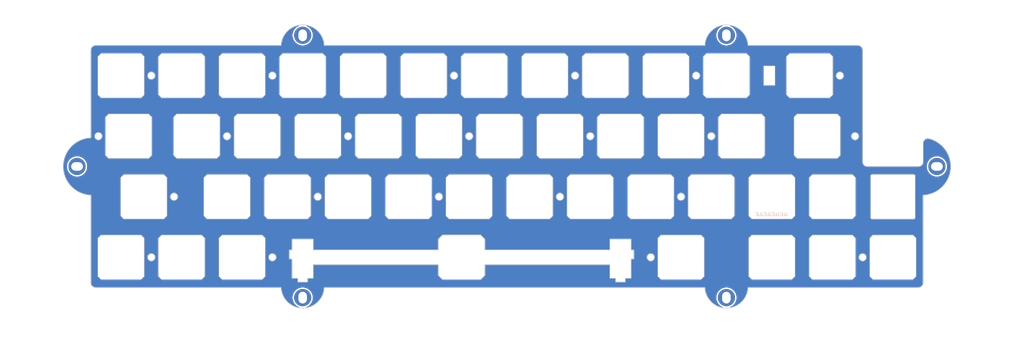
<source format=kicad_pcb>
(kicad_pcb (version 20221018) (generator pcbnew)
  (layers (0 "F.Cu" signal) (31 "B.Cu" signal) (34 "B.Paste" user) (35 "F.Paste" user) (36 "B.SilkS" user "B.Silkscreen") (37 "F.SilkS" user "F.Silkscreen") (38 "B.Mask" user) (39 "F.Mask" user) (44 "Edge.Cuts" user))
  (net 0 "")
  (net 1 "GND")
  (footprint "cipulot_parts:ecs_plate_cut_1U" (layer "F.Cu") (at 243.68125 51.59375)
    (fp_text reference "REF**")
    (fp_text value "Value " hide)
    (fp_line (start -7.3 -6) (end -7.3 6) (stroke (width 0.12)) (layer "Edge.Cuts"))
    (fp_line (start -7.3 6) (end -6.3 7) (stroke (width 0.12)) (layer "Edge.Cuts"))
    (fp_line (start -6.3 -7) (end -7.3 -6) (stroke (width 0.12)) (layer "Edge.Cuts"))
    (fp_line (start -6.3 7) (end 6.3 7) (stroke (width 0.12)) (layer "Edge.Cuts"))
    (fp_line (start 6.3 -7) (end -6.3 -7) (stroke (width 0.12)) (layer "Edge.Cuts"))
    (fp_line (start 6.3 -7) (end 7.3 -6) (stroke (width 0.12)) (layer "Edge.Cuts"))
    (fp_line (start 6.3 7) (end 7.3 6) (stroke (width 0.12)) (layer "Edge.Cuts"))
    (fp_line (start 7.3 6) (end 7.3 -6) (stroke (width 0.12)) (layer "Edge.Cuts"))
  )
  (footprint "" (layer "F.Cu") (at 217.4875 121.44375)
    (fp_text reference "" (at 0 0) (layer "F.SilkS") (effects (font (size 1.27 1.27))))
    (fp_text value "" (at 0 0) (layer "F.SilkS") (effects (font (size 1.27 1.27))))
    (pad "1" thru_hole circle (at 0 0) (size 5.4 5.4) (drill oval 2.7 3.7) (layers "*.Cu" "*.Mask"))
  )
  (footprint "cipulot_parts:ecs_plate_cut_1U" (layer "F.Cu") (at 88.9 70.64375)
    (fp_text reference "REF**")
    (fp_text value "Value " hide)
    (fp_line (start -7.3 -6) (end -7.3 6) (stroke (width 0.12)) (layer "Edge.Cuts"))
    (fp_line (start -7.3 6) (end -6.3 7) (stroke (width 0.12)) (layer "Edge.Cuts"))
    (fp_line (start -6.3 -7) (end -7.3 -6) (stroke (width 0.12)) (layer "Edge.Cuts"))
    (fp_line (start -6.3 7) (end 6.3 7) (stroke (width 0.12)) (layer "Edge.Cuts"))
    (fp_line (start 6.3 -7) (end -6.3 -7) (stroke (width 0.12)) (layer "Edge.Cuts"))
    (fp_line (start 6.3 -7) (end 7.3 -6) (stroke (width 0.12)) (layer "Edge.Cuts"))
    (fp_line (start 6.3 7) (end 7.3 6) (stroke (width 0.12)) (layer "Edge.Cuts"))
    (fp_line (start 7.3 6) (end 7.3 -6) (stroke (width 0.12)) (layer "Edge.Cuts"))
  )
  (footprint "cipulot_parts:ecs_plate_cut_1U" (layer "F.Cu") (at 165.1 70.64375)
    (fp_text reference "REF**")
    (fp_text value "Value " hide)
    (fp_line (start -7.3 -6) (end -7.3 6) (stroke (width 0.12)) (layer "Edge.Cuts"))
    (fp_line (start -7.3 6) (end -6.3 7) (stroke (width 0.12)) (layer "Edge.Cuts"))
    (fp_line (start -6.3 -7) (end -7.3 -6) (stroke (width 0.12)) (layer "Edge.Cuts"))
    (fp_line (start -6.3 7) (end 6.3 7) (stroke (width 0.12)) (layer "Edge.Cuts"))
    (fp_line (start 6.3 -7) (end -6.3 -7) (stroke (width 0.12)) (layer "Edge.Cuts"))
    (fp_line (start 6.3 -7) (end 7.3 -6) (stroke (width 0.12)) (layer "Edge.Cuts"))
    (fp_line (start 6.3 7) (end 7.3 6) (stroke (width 0.12)) (layer "Edge.Cuts"))
    (fp_line (start 7.3 6) (end 7.3 -6) (stroke (width 0.12)) (layer "Edge.Cuts"))
  )
  (footprint "cipulot_parts:ecs_plate_cut_1U" (layer "F.Cu") (at 29.36875 70.64375)
    (fp_text reference "REF**")
    (fp_text value "Value " hide)
    (fp_line (start -7.3 -6) (end -7.3 6) (stroke (width 0.12)) (layer "Edge.Cuts"))
    (fp_line (start -7.3 6) (end -6.3 7) (stroke (width 0.12)) (layer "Edge.Cuts"))
    (fp_line (start -6.3 -7) (end -7.3 -6) (stroke (width 0.12)) (layer "Edge.Cuts"))
    (fp_line (start -6.3 7) (end 6.3 7) (stroke (width 0.12)) (layer "Edge.Cuts"))
    (fp_line (start 6.3 -7) (end -6.3 -7) (stroke (width 0.12)) (layer "Edge.Cuts"))
    (fp_line (start 6.3 -7) (end 7.3 -6) (stroke (width 0.12)) (layer "Edge.Cuts"))
    (fp_line (start 6.3 7) (end 7.3 6) (stroke (width 0.12)) (layer "Edge.Cuts"))
    (fp_line (start 7.3 6) (end 7.3 -6) (stroke (width 0.12)) (layer "Edge.Cuts"))
  )
  (footprint "cipulot_parts:ecs_plate_cut_1U" (layer "F.Cu") (at 46.0375 51.59375)
    (fp_text reference "REF**")
    (fp_text value "Value " hide)
    (fp_line (start -7.3 -6) (end -7.3 6) (stroke (width 0.12)) (layer "Edge.Cuts"))
    (fp_line (start -7.3 6) (end -6.3 7) (stroke (width 0.12)) (layer "Edge.Cuts"))
    (fp_line (start -6.3 -7) (end -7.3 -6) (stroke (width 0.12)) (layer "Edge.Cuts"))
    (fp_line (start -6.3 7) (end 6.3 7) (stroke (width 0.12)) (layer "Edge.Cuts"))
    (fp_line (start 6.3 -7) (end -6.3 -7) (stroke (width 0.12)) (layer "Edge.Cuts"))
    (fp_line (start 6.3 -7) (end 7.3 -6) (stroke (width 0.12)) (layer "Edge.Cuts"))
    (fp_line (start 6.3 7) (end 7.3 6) (stroke (width 0.12)) (layer "Edge.Cuts"))
    (fp_line (start 7.3 6) (end 7.3 -6) (stroke (width 0.12)) (layer "Edge.Cuts"))
  )
  (footprint "" (layer "F.Cu") (at 283.731249 80.168749)
    (fp_text reference "" (at 0 0) (layer "F.SilkS") (effects (font (size 1.27 1.27))))
    (fp_text value "" (at 0 0) (layer "F.SilkS") (effects (font (size 1.27 1.27))))
    (pad "1" thru_hole circle (at 0 0 90) (size 5.4 5.4) (drill oval 2.7 3.7) (layers "*.Cu" "*.Mask"))
  )
  (footprint "cipulot_parts:ecs_plate_cut_1U" (layer "F.Cu") (at 212.725 89.69375)
    (fp_text reference "REF**")
    (fp_text value "Value " hide)
    (fp_line (start -7.3 -6) (end -7.3 6) (stroke (width 0.12)) (layer "Edge.Cuts"))
    (fp_line (start -7.3 6) (end -6.3 7) (stroke (width 0.12)) (layer "Edge.Cuts"))
    (fp_line (start -6.3 -7) (end -7.3 -6) (stroke (width 0.12)) (layer "Edge.Cuts"))
    (fp_line (start -6.3 7) (end 6.3 7) (stroke (width 0.12)) (layer "Edge.Cuts"))
    (fp_line (start 6.3 -7) (end -6.3 -7) (stroke (width 0.12)) (layer "Edge.Cuts"))
    (fp_line (start 6.3 -7) (end 7.3 -6) (stroke (width 0.12)) (layer "Edge.Cuts"))
    (fp_line (start 6.3 7) (end 7.3 6) (stroke (width 0.12)) (layer "Edge.Cuts"))
    (fp_line (start 7.3 6) (end 7.3 -6) (stroke (width 0.12)) (layer "Edge.Cuts"))
  )
  (footprint "cipulot_parts:ecs_plate_cut_1U" (layer "F.Cu") (at 146.05 70.64375)
    (fp_text reference "REF**")
    (fp_text value "Value " hide)
    (fp_line (start -7.3 -6) (end -7.3 6) (stroke (width 0.12)) (layer "Edge.Cuts"))
    (fp_line (start -7.3 6) (end -6.3 7) (stroke (width 0.12)) (layer "Edge.Cuts"))
    (fp_line (start -6.3 -7) (end -7.3 -6) (stroke (width 0.12)) (layer "Edge.Cuts"))
    (fp_line (start -6.3 7) (end 6.3 7) (stroke (width 0.12)) (layer "Edge.Cuts"))
    (fp_line (start 6.3 -7) (end -6.3 -7) (stroke (width 0.12)) (layer "Edge.Cuts"))
    (fp_line (start 6.3 -7) (end 7.3 -6) (stroke (width 0.12)) (layer "Edge.Cuts"))
    (fp_line (start 6.3 7) (end 7.3 6) (stroke (width 0.12)) (layer "Edge.Cuts"))
    (fp_line (start 7.3 6) (end 7.3 -6) (stroke (width 0.12)) (layer "Edge.Cuts"))
  )
  (footprint "cipulot_parts:ecs_plate_cut_1U" (layer "F.Cu") (at 217.4875 51.59375)
    (fp_text reference "REF**")
    (fp_text value "Value " hide)
    (fp_line (start -7.3 -6) (end -7.3 6) (stroke (width 0.12)) (layer "Edge.Cuts"))
    (fp_line (start -7.3 6) (end -6.3 7) (stroke (width 0.12)) (layer "Edge.Cuts"))
    (fp_line (start -6.3 -7) (end -7.3 -6) (stroke (width 0.12)) (layer "Edge.Cuts"))
    (fp_line (start -6.3 7) (end 6.3 7) (stroke (width 0.12)) (layer "Edge.Cuts"))
    (fp_line (start 6.3 -7) (end -6.3 -7) (stroke (width 0.12)) (layer "Edge.Cuts"))
    (fp_line (start 6.3 -7) (end 7.3 -6) (stroke (width 0.12)) (layer "Edge.Cuts"))
    (fp_line (start 6.3 7) (end 7.3 6) (stroke (width 0.12)) (layer "Edge.Cuts"))
    (fp_line (start 7.3 6) (end 7.3 -6) (stroke (width 0.12)) (layer "Edge.Cuts"))
  )
  (footprint "cipulot_parts:ecs_plate_cut_1U" (layer "F.Cu") (at 46.0375 108.74375)
    (fp_text reference "REF**")
    (fp_text value "Value " hide)
    (fp_line (start -7.3 -6) (end -7.3 6) (stroke (width 0.12)) (layer "Edge.Cuts"))
    (fp_line (start -7.3 6) (end -6.3 7) (stroke (width 0.12)) (layer "Edge.Cuts"))
    (fp_line (start -6.3 -7) (end -7.3 -6) (stroke (width 0.12)) (layer "Edge.Cuts"))
    (fp_line (start -6.3 7) (end 6.3 7) (stroke (width 0.12)) (layer "Edge.Cuts"))
    (fp_line (start 6.3 -7) (end -6.3 -7) (stroke (width 0.12)) (layer "Edge.Cuts"))
    (fp_line (start 6.3 -7) (end 7.3 -6) (stroke (width 0.12)) (layer "Edge.Cuts"))
    (fp_line (start 6.3 7) (end 7.3 6) (stroke (width 0.12)) (layer "Edge.Cuts"))
    (fp_line (start 7.3 6) (end 7.3 -6) (stroke (width 0.12)) (layer "Edge.Cuts"))
  )
  (footprint "cipulot_parts:ecs_plate_cut_1U" (layer "F.Cu") (at 127 70.64375)
    (fp_text reference "REF**")
    (fp_text value "Value " hide)
    (fp_line (start -7.3 -6) (end -7.3 6) (stroke (width 0.12)) (layer "Edge.Cuts"))
    (fp_line (start -7.3 6) (end -6.3 7) (stroke (width 0.12)) (layer "Edge.Cuts"))
    (fp_line (start -6.3 -7) (end -7.3 -6) (stroke (width 0.12)) (layer "Edge.Cuts"))
    (fp_line (start -6.3 7) (end 6.3 7) (stroke (width 0.12)) (layer "Edge.Cuts"))
    (fp_line (start 6.3 -7) (end -6.3 -7) (stroke (width 0.12)) (layer "Edge.Cuts"))
    (fp_line (start 6.3 -7) (end 7.3 -6) (stroke (width 0.12)) (layer "Edge.Cuts"))
    (fp_line (start 6.3 7) (end 7.3 6) (stroke (width 0.12)) (layer "Edge.Cuts"))
    (fp_line (start 7.3 6) (end 7.3 -6) (stroke (width 0.12)) (layer "Edge.Cuts"))
  )
  (footprint "cipulot_parts:ecs_plate_cut_1U" (layer "F.Cu") (at 174.625 89.69375)
    (fp_text reference "REF**")
    (fp_text value "Value " hide)
    (fp_line (start -7.3 -6) (end -7.3 6) (stroke (width 0.12)) (layer "Edge.Cuts"))
    (fp_line (start -7.3 6) (end -6.3 7) (stroke (width 0.12)) (layer "Edge.Cuts"))
    (fp_line (start -6.3 -7) (end -7.3 -6) (stroke (width 0.12)) (layer "Edge.Cuts"))
    (fp_line (start -6.3 7) (end 6.3 7) (stroke (width 0.12)) (layer "Edge.Cuts"))
    (fp_line (start 6.3 -7) (end -6.3 -7) (stroke (width 0.12)) (layer "Edge.Cuts"))
    (fp_line (start 6.3 -7) (end 7.3 -6) (stroke (width 0.12)) (layer "Edge.Cuts"))
    (fp_line (start 6.3 7) (end 7.3 6) (stroke (width 0.12)) (layer "Edge.Cuts"))
    (fp_line (start 7.3 6) (end 7.3 -6) (stroke (width 0.12)) (layer "Edge.Cuts"))
  )
  (footprint "cipulot_parts:ecs_plate_cut_1U" (layer "F.Cu") (at 231.775 89.69375)
    (fp_text reference "REF**")
    (fp_text value "Value " hide)
    (fp_line (start -7.3 -6) (end -7.3 6) (stroke (width 0.12)) (layer "Edge.Cuts"))
    (fp_line (start -7.3 6) (end -6.3 7) (stroke (width 0.12)) (layer "Edge.Cuts"))
    (fp_line (start -6.3 -7) (end -7.3 -6) (stroke (width 0.12)) (layer "Edge.Cuts"))
    (fp_line (start -6.3 7) (end 6.3 7) (stroke (width 0.12)) (layer "Edge.Cuts"))
    (fp_line (start 6.3 -7) (end -6.3 -7) (stroke (width 0.12)) (layer "Edge.Cuts"))
    (fp_line (start 6.3 -7) (end 7.3 -6) (stroke (width 0.12)) (layer "Edge.Cuts"))
    (fp_line (start 6.3 7) (end 7.3 6) (stroke (width 0.12)) (layer "Edge.Cuts"))
    (fp_line (start 7.3 6) (end 7.3 -6) (stroke (width 0.12)) (layer "Edge.Cuts"))
  )
  (footprint "cipulot_parts:ecs_plate_cut_1U" (layer "F.Cu") (at 203.2 108.74375)
    (fp_text reference "REF**")
    (fp_text value "Value " hide)
    (fp_line (start -7.3 -6) (end -7.3 6) (stroke (width 0.12)) (layer "Edge.Cuts"))
    (fp_line (start -7.3 6) (end -6.3 7) (stroke (width 0.12)) (layer "Edge.Cuts"))
    (fp_line (start -6.3 -7) (end -7.3 -6) (stroke (width 0.12)) (layer "Edge.Cuts"))
    (fp_line (start -6.3 7) (end 6.3 7) (stroke (width 0.12)) (layer "Edge.Cuts"))
    (fp_line (start 6.3 -7) (end -6.3 -7) (stroke (width 0.12)) (layer "Edge.Cuts"))
    (fp_line (start 6.3 -7) (end 7.3 -6) (stroke (width 0.12)) (layer "Edge.Cuts"))
    (fp_line (start 6.3 7) (end 7.3 6) (stroke (width 0.12)) (layer "Edge.Cuts"))
    (fp_line (start 7.3 6) (end 7.3 -6) (stroke (width 0.12)) (layer "Edge.Cuts"))
  )
  (footprint "cipulot_parts:ecs_plate_cut_1U" (layer "F.Cu") (at 26.9875 108.74375)
    (fp_text reference "REF**")
    (fp_text value "Value " hide)
    (fp_line (start -7.3 -6) (end -7.3 6) (stroke (width 0.12)) (layer "Edge.Cuts"))
    (fp_line (start -7.3 6) (end -6.3 7) (stroke (width 0.12)) (layer "Edge.Cuts"))
    (fp_line (start -6.3 -7) (end -7.3 -6) (stroke (width 0.12)) (layer "Edge.Cuts"))
    (fp_line (start -6.3 7) (end 6.3 7) (stroke (width 0.12)) (layer "Edge.Cuts"))
    (fp_line (start 6.3 -7) (end -6.3 -7) (stroke (width 0.12)) (layer "Edge.Cuts"))
    (fp_line (start 6.3 -7) (end 7.3 -6) (stroke (width 0.12)) (layer "Edge.Cuts"))
    (fp_line (start 6.3 7) (end 7.3 6) (stroke (width 0.12)) (layer "Edge.Cuts"))
    (fp_line (start 7.3 6) (end 7.3 -6) (stroke (width 0.12)) (layer "Edge.Cuts"))
  )
  (footprint "" (layer "F.Cu") (at 13.13125 80.16875)
    (fp_text reference "" (at 0 0) (layer "F.SilkS") (effects (font (size 1.27 1.27))))
    (fp_text value "" (at 0 0) (layer "F.SilkS") (effects (font (size 1.27 1.27))))
    (pad "1" thru_hole circle (at 0 0 90) (size 5.4 5.4) (drill oval 2.7 3.7) (layers "*.Cu" "*.Mask"))
  )
  (footprint "cipulot_parts:ecs_plate_cut_1U" (layer "F.Cu") (at 250.825 108.74375)
    (fp_text reference "REF**")
    (fp_text value "Value " hide)
    (fp_line (start -7.3 -6) (end -7.3 6) (stroke (width 0.12)) (layer "Edge.Cuts"))
    (fp_line (start -7.3 6) (end -6.3 7) (stroke (width 0.12)) (layer "Edge.Cuts"))
    (fp_line (start -6.3 -7) (end -7.3 -6) (stroke (width 0.12)) (layer "Edge.Cuts"))
    (fp_line (start -6.3 7) (end 6.3 7) (stroke (width 0.12)) (layer "Edge.Cuts"))
    (fp_line (start 6.3 -7) (end -6.3 -7) (stroke (width 0.12)) (layer "Edge.Cuts"))
    (fp_line (start 6.3 -7) (end 7.3 -6) (stroke (width 0.12)) (layer "Edge.Cuts"))
    (fp_line (start 6.3 7) (end 7.3 6) (stroke (width 0.12)) (layer "Edge.Cuts"))
    (fp_line (start 7.3 6) (end 7.3 -6) (stroke (width 0.12)) (layer "Edge.Cuts"))
  )
  (footprint "cipulot_parts:ecs_plate_cut_1U" (layer "F.Cu") (at 193.675 89.69375)
    (fp_text reference "REF**")
    (fp_text value "Value " hide)
    (fp_line (start -7.3 -6) (end -7.3 6) (stroke (width 0.12)) (layer "Edge.Cuts"))
    (fp_line (start -7.3 6) (end -6.3 7) (stroke (width 0.12)) (layer "Edge.Cuts"))
    (fp_line (start -6.3 -7) (end -7.3 -6) (stroke (width 0.12)) (layer "Edge.Cuts"))
    (fp_line (start -6.3 7) (end 6.3 7) (stroke (width 0.12)) (layer "Edge.Cuts"))
    (fp_line (start 6.3 -7) (end -6.3 -7) (stroke (width 0.12)) (layer "Edge.Cuts"))
    (fp_line (start 6.3 -7) (end 7.3 -6) (stroke (width 0.12)) (layer "Edge.Cuts"))
    (fp_line (start 6.3 7) (end 7.3 6) (stroke (width 0.12)) (layer "Edge.Cuts"))
    (fp_line (start 7.3 6) (end 7.3 -6) (stroke (width 0.12)) (layer "Edge.Cuts"))
  )
  (footprint "cipulot_parts:ecs_plate_cut_1U" (layer "F.Cu") (at 65.0875 51.59375)
    (fp_text reference "REF**")
    (fp_text value "Value " hide)
    (fp_line (start -7.3 -6) (end -7.3 6) (stroke (width 0.12)) (layer "Edge.Cuts"))
    (fp_line (start -7.3 6) (end -6.3 7) (stroke (width 0.12)) (layer "Edge.Cuts"))
    (fp_line (start -6.3 -7) (end -7.3 -6) (stroke (width 0.12)) (layer "Edge.Cuts"))
    (fp_line (start -6.3 7) (end 6.3 7) (stroke (width 0.12)) (layer "Edge.Cuts"))
    (fp_line (start 6.3 -7) (end -6.3 -7) (stroke (width 0.12)) (layer "Edge.Cuts"))
    (fp_line (start 6.3 -7) (end 7.3 -6) (stroke (width 0.12)) (layer "Edge.Cuts"))
    (fp_line (start 6.3 7) (end 7.3 6) (stroke (width 0.12)) (layer "Edge.Cuts"))
    (fp_line (start 7.3 6) (end 7.3 -6) (stroke (width 0.12)) (layer "Edge.Cuts"))
  )
  (footprint "cipulot_parts:ecs_plate_cut_1U" (layer "F.Cu") (at 179.3875 51.59375)
    (fp_text reference "REF**")
    (fp_text value "Value " hide)
    (fp_line (start -7.3 -6) (end -7.3 6) (stroke (width 0.12)) (layer "Edge.Cuts"))
    (fp_line (start -7.3 6) (end -6.3 7) (stroke (width 0.12)) (layer "Edge.Cuts"))
    (fp_line (start -6.3 -7) (end -7.3 -6) (stroke (width 0.12)) (layer "Edge.Cuts"))
    (fp_line (start -6.3 7) (end 6.3 7) (stroke (width 0.12)) (layer "Edge.Cuts"))
    (fp_line (start 6.3 -7) (end -6.3 -7) (stroke (width 0.12)) (layer "Edge.Cuts"))
    (fp_line (start 6.3 -7) (end 7.3 -6) (stroke (width 0.12)) (layer "Edge.Cuts"))
    (fp_line (start 6.3 7) (end 7.3 6) (stroke (width 0.12)) (layer "Edge.Cuts"))
    (fp_line (start 7.3 6) (end 7.3 -6) (stroke (width 0.12)) (layer "Edge.Cuts"))
  )
  (footprint "cipulot_parts:ecs_plate_cut_1U" (layer "F.Cu") (at 222.25 70.64375)
    (fp_text reference "REF**")
    (fp_text value "Value " hide)
    (fp_line (start -7.3 -6) (end -7.3 6) (stroke (width 0.12)) (layer "Edge.Cuts"))
    (fp_line (start -7.3 6) (end -6.3 7) (stroke (width 0.12)) (layer "Edge.Cuts"))
    (fp_line (start -6.3 -7) (end -7.3 -6) (stroke (width 0.12)) (layer "Edge.Cuts"))
    (fp_line (start -6.3 7) (end 6.3 7) (stroke (width 0.12)) (layer "Edge.Cuts"))
    (fp_line (start 6.3 -7) (end -6.3 -7) (stroke (width 0.12)) (layer "Edge.Cuts"))
    (fp_line (start 6.3 -7) (end 7.3 -6) (stroke (width 0.12)) (layer "Edge.Cuts"))
    (fp_line (start 6.3 7) (end 7.3 6) (stroke (width 0.12)) (layer "Edge.Cuts"))
    (fp_line (start 7.3 6) (end 7.3 -6) (stroke (width 0.12)) (layer "Edge.Cuts"))
  )
  (footprint "cipulot_parts:ecs_plate_cut_1U" (layer "F.Cu") (at 34.13125 89.69375)
    (fp_text reference "REF**")
    (fp_text value "Value " hide)
    (fp_line (start -7.3 -6) (end -7.3 6) (stroke (width 0.12)) (layer "Edge.Cuts"))
    (fp_line (start -7.3 6) (end -6.3 7) (stroke (width 0.12)) (layer "Edge.Cuts"))
    (fp_line (start -6.3 -7) (end -7.3 -6) (stroke (width 0.12)) (layer "Edge.Cuts"))
    (fp_line (start -6.3 7) (end 6.3 7) (stroke (width 0.12)) (layer "Edge.Cuts"))
    (fp_line (start 6.3 -7) (end -6.3 -7) (stroke (width 0.12)) (layer "Edge.Cuts"))
    (fp_line (start 6.3 -7) (end 7.3 -6) (stroke (width 0.12)) (layer "Edge.Cuts"))
    (fp_line (start 6.3 7) (end 7.3 6) (stroke (width 0.12)) (layer "Edge.Cuts"))
    (fp_line (start 7.3 6) (end 7.3 -6) (stroke (width 0.12)) (layer "Edge.Cuts"))
  )
  (footprint "cipulot_parts:ecs_plate_cut_1U" (layer "F.Cu") (at 198.4375 51.59375)
    (fp_text reference "REF**")
    (fp_text value "Value " hide)
    (fp_line (start -7.3 -6) (end -7.3 6) (stroke (width 0.12)) (layer "Edge.Cuts"))
    (fp_line (start -7.3 6) (end -6.3 7) (stroke (width 0.12)) (layer "Edge.Cuts"))
    (fp_line (start -6.3 -7) (end -7.3 -6) (stroke (width 0.12)) (layer "Edge.Cuts"))
    (fp_line (start -6.3 7) (end 6.3 7) (stroke (width 0.12)) (layer "Edge.Cuts"))
    (fp_line (start 6.3 -7) (end -6.3 -7) (stroke (width 0.12)) (layer "Edge.Cuts"))
    (fp_line (start 6.3 -7) (end 7.3 -6) (stroke (width 0.12)) (layer "Edge.Cuts"))
    (fp_line (start 6.3 7) (end 7.3 6) (stroke (width 0.12)) (layer "Edge.Cuts"))
    (fp_line (start 7.3 6) (end 7.3 -6) (stroke (width 0.12)) (layer "Edge.Cuts"))
  )
  (footprint "" (layer "F.Cu") (at 84.137499 121.44375)
    (fp_text reference "" (at 0 0) (layer "F.SilkS") (effects (font (size 1.27 1.27))))
    (fp_text value "" (at 0 0) (layer "F.SilkS") (effects (font (size 1.27 1.27))))
    (pad "1" thru_hole circle (at 0 0) (size 5.4 5.4) (drill oval 2.7 3.7) (layers "*.Cu" "*.Mask"))
  )
  (footprint "cipulot_parts:ecs_plate_cut_1U" (layer "F.Cu") (at 26.9875 51.59375)
    (fp_text reference "REF**")
    (fp_text value "Value " hide)
    (fp_line (start -7.3 -6) (end -7.3 6) (stroke (width 0.12)) (layer "Edge.Cuts"))
    (fp_line (start -7.3 6) (end -6.3 7) (stroke (width 0.12)) (layer "Edge.Cuts"))
    (fp_line (start -6.3 -7) (end -7.3 -6) (stroke (width 0.12)) (layer "Edge.Cuts"))
    (fp_line (start -6.3 7) (end 6.3 7) (stroke (width 0.12)) (layer "Edge.Cuts"))
    (fp_line (start 6.3 -7) (end -6.3 -7) (stroke (width 0.12)) (layer "Edge.Cuts"))
    (fp_line (start 6.3 -7) (end 7.3 -6) (stroke (width 0.12)) (layer "Edge.Cuts"))
    (fp_line (start 6.3 7) (end 7.3 6) (stroke (width 0.12)) (layer "Edge.Cuts"))
    (fp_line (start 7.3 6) (end 7.3 -6) (stroke (width 0.12)) (layer "Edge.Cuts"))
  )
  (footprint "cipulot_parts:ecs_plate_cut_1U" (layer "F.Cu") (at 50.8 70.64375)
    (fp_text reference "REF**")
    (fp_text value "Value " hide)
    (fp_line (start -7.3 -6) (end -7.3 6) (stroke (width 0.12)) (layer "Edge.Cuts"))
    (fp_line (start -7.3 6) (end -6.3 7) (stroke (width 0.12)) (layer "Edge.Cuts"))
    (fp_line (start -6.3 -7) (end -7.3 -6) (stroke (width 0.12)) (layer "Edge.Cuts"))
    (fp_line (start -6.3 7) (end 6.3 7) (stroke (width 0.12)) (layer "Edge.Cuts"))
    (fp_line (start 6.3 -7) (end -6.3 -7) (stroke (width 0.12)) (layer "Edge.Cuts"))
    (fp_line (start 6.3 -7) (end 7.3 -6) (stroke (width 0.12)) (layer "Edge.Cuts"))
    (fp_line (start 6.3 7) (end 7.3 6) (stroke (width 0.12)) (layer "Edge.Cuts"))
    (fp_line (start 7.3 6) (end 7.3 -6) (stroke (width 0.12)) (layer "Edge.Cuts"))
  )
  (footprint "cipulot_parts:ecs_plate_cut_1U" (layer "F.Cu") (at 269.875 108.74375)
    (fp_text reference "REF**")
    (fp_text value "Value " hide)
    (fp_line (start -7.3 -6) (end -7.3 6) (stroke (width 0.12)) (layer "Edge.Cuts"))
    (fp_line (start -7.3 6) (end -6.3 7) (stroke (width 0.12)) (layer "Edge.Cuts"))
    (fp_line (start -6.3 -7) (end -7.3 -6) (stroke (width 0.12)) (layer "Edge.Cuts"))
    (fp_line (start -6.3 7) (end 6.3 7) (stroke (width 0.12)) (layer "Edge.Cuts"))
    (fp_line (start 6.3 -7) (end -6.3 -7) (stroke (width 0.12)) (layer "Edge.Cuts"))
    (fp_line (start 6.3 -7) (end 7.3 -6) (stroke (width 0.12)) (layer "Edge.Cuts"))
    (fp_line (start 6.3 7) (end 7.3 6) (stroke (width 0.12)) (layer "Edge.Cuts"))
    (fp_line (start 7.3 6) (end 7.3 -6) (stroke (width 0.12)) (layer "Edge.Cuts"))
  )
  (footprint "" (layer "F.Cu") (at 217.4875 38.893751)
    (fp_text reference "" (at 0 0) (layer "F.SilkS") (effects (font (size 1.27 1.27))))
    (fp_text value "" (at 0 0) (layer "F.SilkS") (effects (font (size 1.27 1.27))))
    (pad "1" thru_hole circle (at 0 0) (size 5.4 5.4) (drill oval 2.7 3.7) (layers "*.Cu" "*.Mask"))
  )
  (footprint "cipulot_parts:ecs_plate_cut_1U" (layer "F.Cu") (at 250.825 89.69375)
    (fp_text reference "REF**")
    (fp_text value "Value " hide)
    (fp_line (start -7.3 -6) (end -7.3 6) (stroke (width 0.12)) (layer "Edge.Cuts"))
    (fp_line (start -7.3 6) (end -6.3 7) (stroke (width 0.12)) (layer "Edge.Cuts"))
    (fp_line (start -6.3 -7) (end -7.3 -6) (stroke (width 0.12)) (layer "Edge.Cuts"))
    (fp_line (start -6.3 7) (end 6.3 7) (stroke (width 0.12)) (layer "Edge.Cuts"))
    (fp_line (start 6.3 -7) (end -6.3 -7) (stroke (width 0.12)) (layer "Edge.Cuts"))
    (fp_line (start 6.3 -7) (end 7.3 -6) (stroke (width 0.12)) (layer "Edge.Cuts"))
    (fp_line (start 6.3 7) (end 7.3 6) (stroke (width 0.12)) (layer "Edge.Cuts"))
    (fp_line (start 7.3 6) (end 7.3 -6) (stroke (width 0.12)) (layer "Edge.Cuts"))
  )
  (footprint "cipulot_parts:ecs_plate_cut_1U" (layer "F.Cu") (at 65.0875 108.74375)
    (fp_text reference "REF**")
    (fp_text value "Value " hide)
    (fp_line (start -7.3 -6) (end -7.3 6) (stroke (width 0.12)) (layer "Edge.Cuts"))
    (fp_line (start -7.3 6) (end -6.3 7) (stroke (width 0.12)) (layer "Edge.Cuts"))
    (fp_line (start -6.3 -7) (end -7.3 -6) (stroke (width 0.12)) (layer "Edge.Cuts"))
    (fp_line (start -6.3 7) (end 6.3 7) (stroke (width 0.12)) (layer "Edge.Cuts"))
    (fp_line (start 6.3 -7) (end -6.3 -7) (stroke (width 0.12)) (layer "Edge.Cuts"))
    (fp_line (start 6.3 -7) (end 7.3 -6) (stroke (width 0.12)) (layer "Edge.Cuts"))
    (fp_line (start 6.3 7) (end 7.3 6) (stroke (width 0.12)) (layer "Edge.Cuts"))
    (fp_line (start 7.3 6) (end 7.3 -6) (stroke (width 0.12)) (layer "Edge.Cuts"))
  )
  (footprint "cipulot_parts:ecs_plate_cut_1U" (layer "F.Cu") (at 69.85 70.64375)
    (fp_text reference "REF**")
    (fp_text value "Value " hide)
    (fp_line (start -7.3 -6) (end -7.3 6) (stroke (width 0.12)) (layer "Edge.Cuts"))
    (fp_line (start -7.3 6) (end -6.3 7) (stroke (width 0.12)) (layer "Edge.Cuts"))
    (fp_line (start -6.3 -7) (end -7.3 -6) (stroke (width 0.12)) (layer "Edge.Cuts"))
    (fp_line (start -6.3 7) (end 6.3 7) (stroke (width 0.12)) (layer "Edge.Cuts"))
    (fp_line (start 6.3 -7) (end -6.3 -7) (stroke (width 0.12)) (layer "Edge.Cuts"))
    (fp_line (start 6.3 -7) (end 7.3 -6) (stroke (width 0.12)) (layer "Edge.Cuts"))
    (fp_line (start 6.3 7) (end 7.3 6) (stroke (width 0.12)) (layer "Edge.Cuts"))
    (fp_line (start 7.3 6) (end 7.3 -6) (stroke (width 0.12)) (layer "Edge.Cuts"))
  )
  (footprint "cipulot_parts:ecs_plate_cut_1U" (layer "F.Cu") (at 160.3375 51.59375)
    (fp_text reference "REF**")
    (fp_text value "Value " hide)
    (fp_line (start -7.3 -6) (end -7.3 6) (stroke (width 0.12)) (layer "Edge.Cuts"))
    (fp_line (start -7.3 6) (end -6.3 7) (stroke (width 0.12)) (layer "Edge.Cuts"))
    (fp_line (start -6.3 -7) (end -7.3 -6) (stroke (width 0.12)) (layer "Edge.Cuts"))
    (fp_line (start -6.3 7) (end 6.3 7) (stroke (width 0.12)) (layer "Edge.Cuts"))
    (fp_line (start 6.3 -7) (end -6.3 -7) (stroke (width 0.12)) (layer "Edge.Cuts"))
    (fp_line (start 6.3 -7) (end 7.3 -6) (stroke (width 0.12)) (layer "Edge.Cuts"))
    (fp_line (start 6.3 7) (end 7.3 6) (stroke (width 0.12)) (layer "Edge.Cuts"))
    (fp_line (start 7.3 6) (end 7.3 -6) (stroke (width 0.12)) (layer "Edge.Cuts"))
  )
  (footprint "" (layer "F.Cu") (at 84.137499 38.89375)
    (fp_text reference "" (at 0 0) (layer "F.SilkS") (effects (font (size 1.27 1.27))))
    (fp_text value "" (at 0 0) (layer "F.SilkS") (effects (font (size 1.27 1.27))))
    (pad "1" thru_hole circle (at 0 0) (size 5.4 5.4) (drill oval 2.7 3.7) (layers "*.Cu" "*.Mask"))
  )
  (footprint "cipulot_parts:ecs_plate_cut_1U" (layer "F.Cu") (at 155.575 89.69375)
    (fp_text reference "REF**")
    (fp_text value "Value " hide)
    (fp_line (start -7.3 -6) (end -7.3 6) (stroke (width 0.12)) (layer "Edge.Cuts"))
    (fp_line (start -7.3 6) (end -6.3 7) (stroke (width 0.12)) (layer "Edge.Cuts"))
    (fp_line (start -6.3 -7) (end -7.3 -6) (stroke (width 0.12)) (layer "Edge.Cuts"))
    (fp_line (start -6.3 7) (end 6.3 7) (stroke (width 0.12)) (layer "Edge.Cuts"))
    (fp_line (start 6.3 -7) (end -6.3 -7) (stroke (width 0.12)) (layer "Edge.Cuts"))
    (fp_line (start 6.3 -7) (end 7.3 -6) (stroke (width 0.12)) (layer "Edge.Cuts"))
    (fp_line (start 6.3 7) (end 7.3 6) (stroke (width 0.12)) (layer "Edge.Cuts"))
    (fp_line (start 7.3 6) (end 7.3 -6) (stroke (width 0.12)) (layer "Edge.Cuts"))
  )
  (footprint "cipulot_parts:ecs_plate_cut_1U" (layer "F.Cu") (at 141.2875 51.59375)
    (fp_text reference "REF**")
    (fp_text value "Value " hide)
    (fp_line (start -7.3 -6) (end -7.3 6) (stroke (width 0.12)) (layer "Edge.Cuts"))
    (fp_line (start -7.3 6) (end -6.3 7) (stroke (width 0.12)) (layer "Edge.Cuts"))
    (fp_line (start -6.3 -7) (end -7.3 -6) (stroke (width 0.12)) (layer "Edge.Cuts"))
    (fp_line (start -6.3 7) (end 6.3 7) (stroke (width 0.12)) (layer "Edge.Cuts"))
    (fp_line (start 6.3 -7) (end -6.3 -7) (stroke (width 0.12)) (layer "Edge.Cuts"))
    (fp_line (start 6.3 -7) (end 7.3 -6) (stroke (width 0.12)) (layer "Edge.Cuts"))
    (fp_line (start 6.3 7) (end 7.3 6) (stroke (width 0.12)) (layer "Edge.Cuts"))
    (fp_line (start 7.3 6) (end 7.3 -6) (stroke (width 0.12)) (layer "Edge.Cuts"))
  )
  (footprint "cipulot_parts:ecs_plate_cut_1U" (layer "F.Cu") (at 246.0625 70.64375)
    (fp_text reference "REF**")
    (fp_text value "Value " hide)
    (fp_line (start -7.3 -6) (end -7.3 6) (stroke (width 0.12)) (layer "Edge.Cuts"))
    (fp_line (start -7.3 6) (end -6.3 7) (stroke (width 0.12)) (layer "Edge.Cuts"))
    (fp_line (start -6.3 -7) (end -7.3 -6) (stroke (width 0.12)) (layer "Edge.Cuts"))
    (fp_line (start -6.3 7) (end 6.3 7) (stroke (width 0.12)) (layer "Edge.Cuts"))
    (fp_line (start 6.3 -7) (end -6.3 -7) (stroke (width 0.12)) (layer "Edge.Cuts"))
    (fp_line (start 6.3 -7) (end 7.3 -6) (stroke (width 0.12)) (layer "Edge.Cuts"))
    (fp_line (start 6.3 7) (end 7.3 6) (stroke (width 0.12)) (layer "Edge.Cuts"))
    (fp_line (start 7.3 6) (end 7.3 -6) (stroke (width 0.12)) (layer "Edge.Cuts"))
  )
  (footprint "cipulot_parts:ecs_plate_cut_1U" (layer "F.Cu") (at 107.95 70.64375)
    (fp_text reference "REF**")
    (fp_text value "Value " hide)
    (fp_line (start -7.3 -6) (end -7.3 6) (stroke (width 0.12)) (layer "Edge.Cuts"))
    (fp_line (start -7.3 6) (end -6.3 7) (stroke (width 0.12)) (layer "Edge.Cuts"))
    (fp_line (start -6.3 -7) (end -7.3 -6) (stroke (width 0.12)) (layer "Edge.Cuts"))
    (fp_line (start -6.3 7) (end 6.3 7) (stroke (width 0.12)) (layer "Edge.Cuts"))
    (fp_line (start 6.3 -7) (end -6.3 -7) (stroke (width 0.12)) (layer "Edge.Cuts"))
    (fp_line (start 6.3 -7) (end 7.3 -6) (stroke (width 0.12)) (layer "Edge.Cuts"))
    (fp_line (start 6.3 7) (end 7.3 6) (stroke (width 0.12)) (layer "Edge.Cuts"))
    (fp_line (start 7.3 6) (end 7.3 -6) (stroke (width 0.12)) (layer "Edge.Cuts"))
  )
  (footprint "cipulot_parts:ecs_plate_cut_1U" (layer "F.Cu") (at 117.475 89.69375)
    (fp_text reference "REF**")
    (fp_text value "Value " hide)
    (fp_line (start -7.3 -6) (end -7.3 6) (stroke (width 0.12)) (layer "Edge.Cuts"))
    (fp_line (start -7.3 6) (end -6.3 7) (stroke (width 0.12)) (layer "Edge.Cuts"))
    (fp_line (start -6.3 -7) (end -7.3 -6) (stroke (width 0.12)) (layer "Edge.Cuts"))
    (fp_line (start -6.3 7) (end 6.3 7) (stroke (width 0.12)) (layer "Edge.Cuts"))
    (fp_line (start 6.3 -7) (end -6.3 -7) (stroke (width 0.12)) (layer "Edge.Cuts"))
    (fp_line (start 6.3 -7) (end 7.3 -6) (stroke (width 0.12)) (layer "Edge.Cuts"))
    (fp_line (start 6.3 7) (end 7.3 6) (stroke (width 0.12)) (layer "Edge.Cuts"))
    (fp_line (start 7.3 6) (end 7.3 -6) (stroke (width 0.12)) (layer "Edge.Cuts"))
  )
  (footprint "cipulot_parts:ecs_plate_cut_1U" (layer "F.Cu") (at 122.2375 51.59375)
    (fp_text reference "REF**")
    (fp_text value "Value " hide)
    (fp_line (start -7.3 -6) (end -7.3 6) (stroke (width 0.12)) (layer "Edge.Cuts"))
    (fp_line (start -7.3 6) (end -6.3 7) (stroke (width 0.12)) (layer "Edge.Cuts"))
    (fp_line (start -6.3 -7) (end -7.3 -6) (stroke (width 0.12)) (layer "Edge.Cuts"))
    (fp_line (start -6.3 7) (end 6.3 7) (stroke (width 0.12)) (layer "Edge.Cuts"))
    (fp_line (start 6.3 -7) (end -6.3 -7) (stroke (width 0.12)) (layer "Edge.Cuts"))
    (fp_line (start 6.3 -7) (end 7.3 -6) (stroke (width 0.12)) (layer "Edge.Cuts"))
    (fp_line (start 6.3 7) (end 7.3 6) (stroke (width 0.12)) (layer "Edge.Cuts"))
    (fp_line (start 7.3 6) (end 7.3 -6) (stroke (width 0.12)) (layer "Edge.Cuts"))
  )
  (footprint "cipulot_parts:ecs_plate_cut_1U" (layer "F.Cu") (at 98.425 89.69375)
    (fp_text reference "REF**")
    (fp_text value "Value " hide)
    (fp_line (start -7.3 -6) (end -7.3 6) (stroke (width 0.12)) (layer "Edge.Cuts"))
    (fp_line (start -7.3 6) (end -6.3 7) (stroke (width 0.12)) (layer "Edge.Cuts"))
    (fp_line (start -6.3 -7) (end -7.3 -6) (stroke (width 0.12)) (layer "Edge.Cuts"))
    (fp_line (start -6.3 7) (end 6.3 7) (stroke (width 0.12)) (layer "Edge.Cuts"))
    (fp_line (start 6.3 -7) (end -6.3 -7) (stroke (width 0.12)) (layer "Edge.Cuts"))
    (fp_line (start 6.3 -7) (end 7.3 -6) (stroke (width 0.12)) (layer "Edge.Cuts"))
    (fp_line (start 6.3 7) (end 7.3 6) (stroke (width 0.12)) (layer "Edge.Cuts"))
    (fp_line (start 7.3 6) (end 7.3 -6) (stroke (width 0.12)) (layer "Edge.Cuts"))
  )
  (footprint "cipulot_parts:ecs_plate_cut_1U" (layer "F.Cu") (at 79.375 89.69375)
    (fp_text reference "REF**")
    (fp_text value "Value " hide)
    (fp_line (start -7.3 -6) (end -7.3 6) (stroke (width 0.12)) (layer "Edge.Cuts"))
    (fp_line (start -7.3 6) (end -6.3 7) (stroke (width 0.12)) (layer "Edge.Cuts"))
    (fp_line (start -6.3 -7) (end -7.3 -6) (stroke (width 0.12)) (layer "Edge.Cuts"))
    (fp_line (start -6.3 7) (end 6.3 7) (stroke (width 0.12)) (layer "Edge.Cuts"))
    (fp_line (start 6.3 -7) (end -6.3 -7) (stroke (width 0.12)) (layer "Edge.Cuts"))
    (fp_line (start 6.3 -7) (end 7.3 -6) (stroke (width 0.12)) (layer "Edge.Cuts"))
    (fp_line (start 6.3 7) (end 7.3 6) (stroke (width 0.12)) (layer "Edge.Cuts"))
    (fp_line (start 7.3 6) (end 7.3 -6) (stroke (width 0.12)) (layer "Edge.Cuts"))
  )
  (footprint "cipulot_parts:ecs_plate_cut_1U" (layer "F.Cu") (at 60.325 89.69375)
    (fp_text reference "REF**")
    (fp_text value "Value " hide)
    (fp_line (start -7.3 -6) (end -7.3 6) (stroke (width 0.12)) (layer "Edge.Cuts"))
    (fp_line (start -7.3 6) (end -6.3 7) (stroke (width 0.12)) (layer "Edge.Cuts"))
    (fp_line (start -6.3 -7) (end -7.3 -6) (stroke (width 0.12)) (layer "Edge.Cuts"))
    (fp_line (start -6.3 7) (end 6.3 7) (stroke (width 0.12)) (layer "Edge.Cuts"))
    (fp_line (start 6.3 -7) (end -6.3 -7) (stroke (width 0.12)) (layer "Edge.Cuts"))
    (fp_line (start 6.3 -7) (end 7.3 -6) (stroke (width 0.12)) (layer "Edge.Cuts"))
    (fp_line (start 6.3 7) (end 7.3 6) (stroke (width 0.12)) (layer "Edge.Cuts"))
    (fp_line (start 7.3 6) (end 7.3 -6) (stroke (width 0.12)) (layer "Edge.Cuts"))
  )
  (footprint "cipulot_parts:ecs_plate_cut_1U" (layer "F.Cu") (at 84.1375 51.59375)
    (fp_text reference "REF**")
    (fp_text value "Value " hide)
    (fp_line (start -7.3 -6) (end -7.3 6) (stroke (width 0.12)) (layer "Edge.Cuts"))
    (fp_line (start -7.3 6) (end -6.3 7) (stroke (width 0.12)) (layer "Edge.Cuts"))
    (fp_line (start -6.3 -7) (end -7.3 -6) (stroke (width 0.12)) (layer "Edge.Cuts"))
    (fp_line (start -6.3 7) (end 6.3 7) (stroke (width 0.12)) (layer "Edge.Cuts"))
    (fp_line (start 6.3 -7) (end -6.3 -7) (stroke (width 0.12)) (layer "Edge.Cuts"))
    (fp_line (start 6.3 -7) (end 7.3 -6) (stroke (width 0.12)) (layer "Edge.Cuts"))
    (fp_line (start 6.3 7) (end 7.3 6) (stroke (width 0.12)) (layer "Edge.Cuts"))
    (fp_line (start 7.3 6) (end 7.3 -6) (stroke (width 0.12)) (layer "Edge.Cuts"))
  )
  (footprint "cipulot_parts:ecs_plate_cut_1U" (layer "F.Cu") (at 203.2 70.64375)
    (fp_text reference "REF**")
    (fp_text value "Value " hide)
    (fp_line (start -7.3 -6) (end -7.3 6) (stroke (width 0.12)) (layer "Edge.Cuts"))
    (fp_line (start -7.3 6) (end -6.3 7) (stroke (width 0.12)) (layer "Edge.Cuts"))
    (fp_line (start -6.3 -7) (end -7.3 -6) (stroke (width 0.12)) (layer "Edge.Cuts"))
    (fp_line (start -6.3 7) (end 6.3 7) (stroke (width 0.12)) (layer "Edge.Cuts"))
    (fp_line (start 6.3 -7) (end -6.3 -7) (stroke (width 0.12)) (layer "Edge.Cuts"))
    (fp_line (start 6.3 -7) (end 7.3 -6) (stroke (width 0.12)) (layer "Edge.Cuts"))
    (fp_line (start 6.3 7) (end 7.3 6) (stroke (width 0.12)) (layer "Edge.Cuts"))
    (fp_line (start 7.3 6) (end 7.3 -6) (stroke (width 0.12)) (layer "Edge.Cuts"))
  )
  (footprint "cipulot_parts:ecs_plate_cut_1U" (layer "F.Cu") (at 231.775 108.74375)
    (fp_text reference "REF**")
    (fp_text value "Value " hide)
    (fp_line (start -7.3 -6) (end -7.3 6) (stroke (width 0.12)) (layer "Edge.Cuts"))
    (fp_line (start -7.3 6) (end -6.3 7) (stroke (width 0.12)) (layer "Edge.Cuts"))
    (fp_line (start -6.3 -7) (end -7.3 -6) (stroke (width 0.12)) (layer "Edge.Cuts"))
    (fp_line (start -6.3 7) (end 6.3 7) (stroke (width 0.12)) (layer "Edge.Cuts"))
    (fp_line (start 6.3 -7) (end -6.3 -7) (stroke (width 0.12)) (layer "Edge.Cuts"))
    (fp_line (start 6.3 -7) (end 7.3 -6) (stroke (width 0.12)) (layer "Edge.Cuts"))
    (fp_line (start 6.3 7) (end 7.3 6) (stroke (width 0.12)) (layer "Edge.Cuts"))
    (fp_line (start 7.3 6) (end 7.3 -6) (stroke (width 0.12)) (layer "Edge.Cuts"))
  )
  (footprint "cipulot_parts:ecs_plate_cut_1U" (layer "F.Cu") (at 103.1875 51.59375)
    (fp_text reference "REF**")
    (fp_text value "Value " hide)
    (fp_line (start -7.3 -6) (end -7.3 6) (stroke (width 0.12)) (layer "Edge.Cuts"))
    (fp_line (start -7.3 6) (end -6.3 7) (stroke (width 0.12)) (layer "Edge.Cuts"))
    (fp_line (start -6.3 -7) (end -7.3 -6) (stroke (width 0.12)) (layer "Edge.Cuts"))
    (fp_line (start -6.3 7) (end 6.3 7) (stroke (width 0.12)) (layer "Edge.Cuts"))
    (fp_line (start 6.3 -7) (end -6.3 -7) (stroke (width 0.12)) (layer "Edge.Cuts"))
    (fp_line (start 6.3 -7) (end 7.3 -6) (stroke (width 0.12)) (layer "Edge.Cuts"))
    (fp_line (start 6.3 7) (end 7.3 6) (stroke (width 0.12)) (layer "Edge.Cuts"))
    (fp_line (start 7.3 6) (end 7.3 -6) (stroke (width 0.12)) (layer "Edge.Cuts"))
  )
  (footprint "cipulot_parts:ecs_plate_cut_1U" (layer "F.Cu") (at 184.15 70.64375)
    (fp_text reference "REF**")
    (fp_text value "Value " hide)
    (fp_line (start -7.3 -6) (end -7.3 6) (stroke (width 0.12)) (layer "Edge.Cuts"))
    (fp_line (start -7.3 6) (end -6.3 7) (stroke (width 0.12)) (layer "Edge.Cuts"))
    (fp_line (start -6.3 -7) (end -7.3 -6) (stroke (width 0.12)) (layer "Edge.Cuts"))
    (fp_line (start -6.3 7) (end 6.3 7) (stroke (width 0.12)) (layer "Edge.Cuts"))
    (fp_line (start 6.3 -7) (end -6.3 -7) (stroke (width 0.12)) (layer "Edge.Cuts"))
    (fp_line (start 6.3 -7) (end 7.3 -6) (stroke (width 0.12)) (layer "Edge.Cuts"))
    (fp_line (start 6.3 7) (end 7.3 6) (stroke (width 0.12)) (layer "Edge.Cuts"))
    (fp_line (start 7.3 6) (end 7.3 -6) (stroke (width 0.12)) (layer "Edge.Cuts"))
  )
  (footprint "cipulot_parts:ecs_plate_cut_1U" (layer "F.Cu") (at 136.525 89.69375)
    (fp_text reference "REF**")
    (fp_text value "Value " hide)
    (fp_line (start -7.3 -6) (end -7.3 6) (stroke (width 0.12)) (layer "Edge.Cuts"))
    (fp_line (start -7.3 6) (end -6.3 7) (stroke (width 0.12)) (layer "Edge.Cuts"))
    (fp_line (start -6.3 -7) (end -7.3 -6) (stroke (width 0.12)) (layer "Edge.Cuts"))
    (fp_line (start -6.3 7) (end 6.3 7) (stroke (width 0.12)) (layer "Edge.Cuts"))
    (fp_line (start 6.3 -7) (end -6.3 -7) (stroke (width 0.12)) (layer "Edge.Cuts"))
    (fp_line (start 6.3 -7) (end 7.3 -6) (stroke (width 0.12)) (layer "Edge.Cuts"))
    (fp_line (start 6.3 7) (end 7.3 6) (stroke (width 0.12)) (layer "Edge.Cuts"))
    (fp_line (start 7.3 6) (end 7.3 -6) (stroke (width 0.12)) (layer "Edge.Cuts"))
  )
  (gr_line (start 187.47115 109.25175) (end 188.33475 109.25175) (stroke (width 0.2)) (layer "Edge.Cuts"))
  (gr_circle (center 88.9 89.69375) (end 90.05 89.69375) (stroke (width 0.2)) (fill none) (layer "Edge.Cuts"))
  (gr_circle (center 74.6125 108.74375) (end 75.7625 108.74375) (stroke (width 0.2)) (fill none) (layer "Edge.Cuts"))
  (gr_line (start 128.14475 115.74375) (end 140.14275 115.74375) (stroke (width 0.2)) (layer "Edge.Cuts"))
  (gr_line (start 85.66775 116.51615) (end 82.61975 116.51615) (stroke (width 0.2)) (layer "Edge.Cuts"))
  (gr_line (start 87.47115 111.04375) (end 87.47115 115.34775) (stroke (width 0.2)) (layer "Edge.Cuts"))
  (gr_line (start 79.95275 106.45775) (end 80.81635 106.45775) (stroke (width 0.2)) (layer "Edge.Cuts"))
  (gr_line (start 80.81635 103.05415) (end 87.47115 103.05415) (stroke (width 0.2)) (layer "Edge.Cuts"))
  (gr_arc (start 276.375 82.69375) (mid 276.728553 82.840197) (end 276.875 83.19375) (stroke (width 0.2)) (layer "Edge.Cuts"))
  (gr_arc (start 210.693 42.06875) (mid 217.4875 35.58875) (end 224.282 42.06875) (stroke (width 0.2)) (layer "Edge.Cuts"))
  (gr_line (start 182.61975 116.51615) (end 185.66775 116.51615) (stroke (width 0.2)) (layer "Edge.Cuts"))
  (gr_circle (center 19.84375 70.64375) (end 20.99375 70.64375) (stroke (width 0.2)) (fill none) (layer "Edge.Cuts"))
  (gr_line (start 82.61975 116.51615) (end 82.61975 115.34775) (stroke (width 0.2)) (layer "Edge.Cuts"))
  (gr_line (start 185.66775 115.34775) (end 187.47115 115.34775) (stroke (width 0.2)) (layer "Edge.Cuts"))
  (gr_circle (center 212.725 70.64375) (end 213.875 70.64375) (stroke (width 0.2)) (fill none) (layer "Edge.Cuts"))
  (gr_arc (start 258.85 42.06875) (mid 259.91066 42.50809) (end 260.35 43.56875) (stroke (width 0.2)) (layer "Edge.Cuts"))
  (gr_line (start 210.693 42.06875) (end 90.932 42.06875) (stroke (width 0.2)) (layer "Edge.Cuts"))
  (gr_arc (start 261.85 80.16875) (mid 260.78934 79.72941) (end 260.35 78.66875) (stroke (width 0.2)) (layer "Edge.Cuts"))
  (gr_line (start 126.84375 103.04562) (end 126.842101 106.44425) (stroke (width 0.2)) (layer "Edge.Cuts"))
  (gr_line (start 180.81635 111.04375) (end 180.81635 115.34775) (stroke (width 0.2)) (layer "Edge.Cuts"))
  (gr_circle (center 98.425 70.64375) (end 99.575 70.64375) (stroke (width 0.2)) (fill none) (layer "Edge.Cuts"))
  (gr_line (start 279.4 116.76875) (end 279.4 89.19845) (stroke (width 0.2)) (layer "Edge.Cuts"))
  (gr_rect (start 229.185478 48.521594) (end 232.777022 54.665906) (stroke (width 0.1)) (fill none) (layer "Edge.Cuts"))
  (gr_line (start 126.845399 111.04412) (end 126.84375 114.44275) (stroke (width 0.2)) (layer "Edge.Cuts"))
  (gr_circle (center 131.7625 51.59375) (end 132.9125 51.59375) (stroke (width 0.2)) (fill none) (layer "Edge.Cuts"))
  (gr_circle (center 127 89.69375) (end 128.15 89.69375) (stroke (width 0.2)) (fill none) (layer "Edge.Cuts"))
  (gr_circle (center 207.9625 51.59375) (end 209.1125 51.59375) (stroke (width 0.2)) (fill none) (layer "Edge.Cuts"))
  (gr_line (start 128.14475 101.74375) (end 140.14275 101.74375) (stroke (width 0.2)) (layer "Edge.Cuts"))
  (gr_line (start 17.4625 89.19845) (end 17.4625 116.76875) (stroke (width 0.2)) (layer "Edge.Cuts"))
  (gr_arc (start 224.282 118.26875) (mid 217.4875 124.74875) (end 210.693 118.26875) (stroke (width 0.2)) (layer "Edge.Cuts"))
  (gr_line (start 85.66775 115.34775) (end 85.66775 116.51615) (stroke (width 0.2)) (layer "Edge.Cuts"))
  (gr_line (start 260.35 78.66875) (end 260.35 43.56875) (stroke (width 0.2)) (layer "Edge.Cuts"))
  (gr_circle (center 60.325 70.64375) (end 61.475 70.64375) (stroke (width 0.2)) (fill none) (layer "Edge.Cuts"))
  (gr_circle (center 174.625 70.64375) (end 175.775 70.64375) (stroke (width 0.2)) (fill none) (layer "Edge.Cuts"))
  (gr_circle (center 36.5125 51.59375) (end 37.6625 51.59375) (stroke (width 0.2)) (fill none) (layer "Edge.Cuts"))
  (gr_circle (center 253.20625 51.59375) (end 254.35625 51.59375) (stroke (width 0.2)) (fill none) (layer "Edge.Cuts"))
  (gr_arc (start 17.4625 43.56875) (mid 17.90184 42.50809) (end 18.9625 42.06875) (stroke (width 0.2)) (layer "Edge.Cuts"))
  (gr_line (start 188.33475 109.25175) (end 188.33475 106.45775) (stroke (width 0.2)) (layer "Edge.Cuts"))
  (gr_line (start 80.81635 109.25175) (end 79.95275 109.25175) (stroke (width 0.2)) (layer "Edge.Cuts"))
  (gr_line (start 185.66775 116.51615) (end 185.66775 115.34775) (stroke (width 0.2)) (layer "Edge.Cuts"))
  (gr_arc (start 279.4 116.76875) (mid 278.96066 117.82941) (end 277.9 118.26875) (stroke (width 0.2)) (layer "Edge.Cuts"))
  (gr_line (start 279.4 72.864821) (end 279.4 78.66875) (stroke (width 0.2)) (layer "Edge.Cuts"))
  (gr_line (start 126.845399 111.04412) (end 87.47115 111.04375) (stroke (width 0.2)) (layer "Edge.Cuts"))
  (gr_line (start 82.61975 115.34775) (end 80.81635 115.34775) (stroke (width 0.2)) (layer "Edge.Cuts"))
  (gr_line (start 87.47115 115.34775) (end 85.66775 115.34775) (stroke (width 0.2)) (layer "Edge.Cuts"))
  (gr_circle (center 74.6125 51.59375) (end 75.7625 51.59375) (stroke (width 0.2)) (fill none) (layer "Edge.Cuts"))
  (gr_line (start 141.445399 111.04412) (end 141.44375 114.44275) (stroke (width 0.2)) (layer "Edge.Cuts"))
  (gr_line (start 180.81635 106.44375) (end 141.442101 106.44425) (stroke (width 0.2)) (layer "Edge.Cuts"))
  (gr_line (start 141.44375 103.04475) (end 141.442101 106.44338) (stroke (width 0.2)) (layer "Edge.Cuts"))
  (gr_line (start 90.932 118.26875) (end 210.693 118.26875) (stroke (width 0.2)) (layer "Edge.Cuts"))
  (gr_arc (start 279.4 72.864821) (mid 279.979411 71.680542) (end 281.270021 71.411175) (stroke (width 0.2)) (layer "Edge.Cuts"))
  (gr_line (start 188.33475 106.45775) (end 187.47115 106.45775) (stroke (width 0.2)) (layer "Edge.Cuts"))
  (gr_line (start 141.445399 111.04412) (end 180.81635 111.04375) (stroke (width 0.2)) (layer "Edge.Cuts"))
  (gr_line (start 277.9 80.16875) (end 261.85 80.16875) (stroke (width 0.2)) (layer "Edge.Cuts"))
  (gr_circle (center 165.1 89.69375) (end 166.25 89.69375) (stroke (width 0.2)) (fill none) (layer "Edge.Cuts"))
  (gr_circle (center 36.5125 108.74375) (end 37.6625 108.74375) (stroke (width 0.2)) (fill none) (layer "Edge.Cuts"))
  (gr_line (start 18.9625 118.26875) (end 77.343 118.26875) (stroke (width 0.2)) (layer "Edge.Cuts"))
  (gr_line (start 187.47115 106.45775) (end 187.47115 103.05415) (stroke (width 0.2)) (layer "Edge.Cuts"))
  (gr_line (start 182.61975 115.34775) (end 182.61975 116.51615) (stroke (width 0.2)) (layer "Edge.Cuts"))
  (gr_line (start 79.95275 109.25175) (end 79.95275 106.45775) (stroke (width 0.2)) (layer "Edge.Cuts"))
  (gr_arc (start 263.375 96.69375) (mid 263.021447 96.547303) (end 262.875 96.19375) (stroke (width 0.2)) (layer "Edge.Cuts"))
  (gr_arc (start 281.270021 71.411175) (mid 288.028119 81.113609) (end 279.4 89.19845) (stroke (width 0.2)) (layer "Edge.Cuts"))
  (gr_line (start 141.44375 114.44275) (end 140.14275 115.74375) (stroke (width 0.2)) (layer "Edge.Cuts"))
  (gr_line (start 17.4625 43.56875) (end 17.4625 71.13905) (stroke (width 0.2)) (layer "Edge.Cuts"))
  (gr_arc (start 77.343 42.06875) (mid 84.1375 35.58875) (end 90.932 42.06875) (stroke (width 0.2)) (layer "Edge.Cuts"))
  (gr_line (start 80.81635 106.45775) (end 80.81635 103.05415) (stroke (width 0.2)) (layer "Edge.Cuts"))
  (gr_line (start 276.875 96.19375) (end 276.875 83.19375) (stroke (width 0.2)) (layer "Edge.Cuts"))
  (gr_line (start 141.44375 103.04475) (end 140.14275 101.74375) (stroke (width 0.2)) (layer "Edge.Cuts"))
  (gr_line (start 187.47115 115.34775) (end 187.47115 109.25175) (stroke (width 0.2)) (layer "Edge.Cuts"))
  (gr_arc (start 90.932 118.26875) (mid 84.1375 124.74875) (end 77.343 118.26875) (stroke (width 0.2)) (layer "Edge.Cuts"))
  (gr_arc (start 262.875 83.19375) (mid 263.021447 82.840197) (end 263.375 82.69375) (stroke (width 0.2)) (layer "Edge.Cuts"))
  (gr_line (start 276.375 82.69375) (end 263.375 82.69375) (stroke (width 0.2)) (layer "Edge.Cuts"))
  (gr_line (start 126.84375 114.44275) (end 128.14475 115.74375) (stroke (width 0.2)) (layer "Edge.Cuts"))
  (gr_line (start 262.875 83.19375) (end 262.875 96.19375) (stroke (width 0.2)) (layer "Edge.Cuts"))
  (gr_line (start 87.47115 106.44375) (end 126.842101 106.44425) (stroke (width 0.2)) (layer "Edge.Cuts"))
  (gr_circle (center 169.8625 51.59375) (end 171.0125 51.59375) (stroke (width 0.2)) (fill none) (layer "Edge.Cuts"))
  (gr_line (start 80.81635 115.34775) (end 80.81635 109.25175) (stroke (width 0.2)) (layer "Edge.Cuts"))
  (gr_circle (center 193.675 108.74375) (end 194.825 108.74375) (stroke (width 0.2)) (fill none) (layer "Edge.Cuts"))
  (gr_circle (center 257.96875 70.64375) (end 259.11875 70.64375) (stroke (width 0.2)) (fill none) (layer "Edge.Cuts"))
  (gr_line (start 77.343 42.06875) (end 18.9625 42.06875) (stroke (width 0.2)) (layer "Edge.Cuts"))
  (gr_circle (center 260.35 108.74375) (end 261.5 108.74375) (stroke (width 0.2)) (fill none) (layer "Edge.Cuts"))
  (gr_line (start 224.282 118.26875) (end 277.9 118.26875) (stroke (width 0.2)) (layer "Edge.Cuts"))
  (gr_line (start 87.47115 103.05415) (end 87.47115 106.44375) (stroke (width 0.2)) (layer "Edge.Cuts"))
  (gr_arc (start 276.875 96.19375) (mid 276.728553 96.547303) (end 276.375 96.69375) (stroke (width 0.2)) (layer "Edge.Cuts"))
  (gr_line (start 126.84375 103.04475) (end 128.14475 101.74375) (stroke (width 0.2)) (layer "Edge.Cuts"))
  (gr_line (start 187.47115 103.05415) (end 180.81635 103.05415) (stroke (width 0.2)) (layer "Edge.Cuts"))
  (gr_arc (start 17.4625 89.19845) (mid 8.78485 80.16875) (end 17.4625 71.13905) (stroke (width 0.2)) (layer "Edge.Cuts"))
  (gr_line (start 180.81635 103.05415) (end 180.81635 106.44375) (stroke (width 0.2)) (layer "Edge.Cuts"))
  (gr_arc (start 18.9625 118.26875) (mid 17.90184 117.82941) (end 17.4625 116.76875) (stroke (width 0.2)) (layer "Edge.Cuts"))
  (gr_arc (start 279.4 78.66875) (mid 278.96066 79.72941) (end 277.9 80.16875) (stroke (width 0.2)) (layer "Edge.Cuts"))
  (gr_line (start 180.81635 115.34775) (end 182.61975 115.34775) (stroke (width 0.2)) (layer "Edge.Cuts"))
  (gr_circle (center 43.65625 89.69375) (end 44.80625 89.69375) (stroke (width 0.2)) (fill none) (layer "Edge.Cuts"))
  (gr_line (start 258.85 42.06875) (end 224.282 42.06875) (stroke (width 0.2)) (layer "Edge.Cuts"))
  (gr_circle (center 136.525 70.64375) (end 137.675 70.64375) (stroke (width 0.2)) (fill none) (layer "Edge.Cuts"))
  (gr_circle (center 203.2 89.69375) (end 204.35 89.69375) (stroke (width 0.2)) (fill none) (layer "Edge.Cuts"))
  (gr_line (start 263.375 96.69375) (end 276.375 96.69375) (stroke (width 0.2)) (layer "Edge.Cuts"))
  (gr_text "JLCJLCJLCJLC" (at 231.775 95.25) (layer "B.SilkS") (effects (font (size 1 1)) (justify mirror)))
  (zone (net 1) (net_name "GND") (layers "F&B.Cu") (connect_pads (clearance 0.5)) (min_thickness 0.25) (fill yes (thermal_gap 0.5) (thermal_bridge_width 0.5))
    (polygon (pts (xy -4.7625 27.78127) (xy 311.15 29.36877) (xy 304.8 142.08127) (xy -11.1125 140.49377)))
  )
)
</source>
